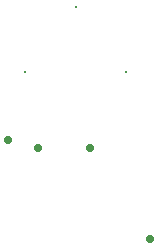
<source format=gbs>
G04*
G04 #@! TF.GenerationSoftware,Altium Limited,Altium Designer,18.1.11 (251)*
G04*
G04 Layer_Color=16711935*
%FSLAX42Y42*%
%MOMM*%
G71*
G01*
G75*
%ADD19C,0.20*%
%ADD20C,0.70*%
D19*
X948Y2162D02*
D03*
X1373Y1612D02*
D03*
X522D02*
D03*
D20*
X630Y965D02*
D03*
X1073D02*
D03*
X1582Y198D02*
D03*
X375Y1035D02*
D03*
M02*

</source>
